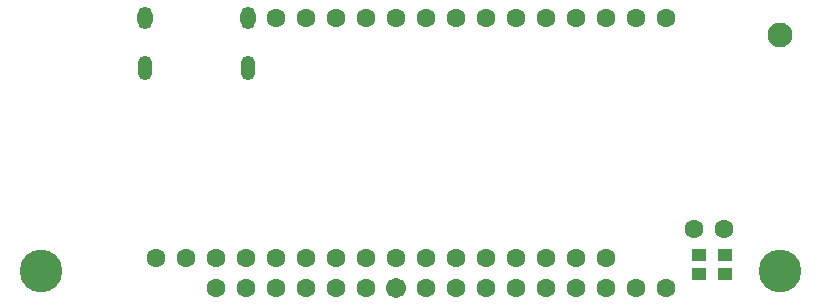
<source format=gbs>
G04 Layer: BottomSolderMaskLayer*
G04 EasyEDA Pro v2.2.34.8, 2025-03-03 01:04:46*
G04 Gerber Generator version 0.3*
G04 Scale: 100 percent, Rotated: No, Reflected: No*
G04 Dimensions in millimeters*
G04 Leading zeros omitted, absolute positions, 4 integers and 5 decimals*
%FSLAX45Y45*%
%MOMM*%
%AMRoundRect*1,1,$1,$2,$3*1,1,$1,$4,$5*1,1,$1,0-$2,0-$3*1,1,$1,0-$4,0-$5*20,1,$1,$2,$3,$4,$5,0*20,1,$1,$4,$5,0-$2,0-$3,0*20,1,$1,0-$2,0-$3,0-$4,0-$5,0*20,1,$1,0-$4,0-$5,$2,$3,0*4,1,4,$2,$3,$4,$5,0-$2,0-$3,0-$4,0-$5,$2,$3,0*%
%ADD10C,2.102*%
%ADD11C,3.602*%
%ADD12RoundRect,0.09299X-0.50451X0.47951X0.50451X0.47951*%
%ADD13RoundRect,0.09299X0.50451X-0.47951X-0.50451X-0.47951*%
%ADD14RoundRect,0.09299X0.50451X-0.47951X-0.50451X-0.47951*%
%ADD15C,1.602*%
%ADD16C,1.7032*%
%ADD17O,1.20002X2.10002*%
%ADD18O,1.30002X1.90002*%
G75*


G04 Pad Start*
G54D10*
G01X6530000Y2270000D03*
G54D11*
G01X6530000Y270000D03*
G01X270000Y270000D03*
G54D12*
G01X6060000Y240000D03*
G54D13*
G01X6060000Y400000D03*
G54D14*
G01X5840000Y400000D03*
G54D12*
G01X5840000Y240000D03*
G54D15*
G01X3782000Y2413000D03*
G01X3528000Y2413000D03*
G01X4036000Y2413000D03*
G01X4290000Y2413000D03*
G01X4544000Y2413000D03*
G01X4798000Y2413000D03*
G01X5306000Y2413000D03*
G01X5052000Y2413000D03*
G01X3020000Y2413000D03*
G01X3274000Y2413000D03*
G01X2766000Y2413000D03*
G01X2512000Y2413000D03*
G01X2258000Y2413000D03*
G01X5560000Y2413000D03*
G01X1242000Y381000D03*
G01X1496000Y381000D03*
G01X3782000Y381000D03*
G01X3528000Y381000D03*
G01X4036000Y381000D03*
G01X4290000Y381000D03*
G01X4544000Y381000D03*
G01X4798000Y381000D03*
G01X5052000Y381000D03*
G01X3274000Y381000D03*
G54D16*
G01X3274000Y127000D03*
G54D15*
G01X5052000Y127000D03*
G01X5306000Y127000D03*
G01X4798000Y127000D03*
G01X4544000Y127000D03*
G01X4290000Y127000D03*
G01X4036000Y127000D03*
G01X5560000Y127000D03*
G01X3528000Y127000D03*
G01X3782000Y127000D03*
G01X3020000Y381000D03*
G01X2766000Y381000D03*
G01X2512000Y381000D03*
G01X2258000Y381000D03*
G01X2004000Y381000D03*
G01X1750000Y381000D03*
G01X1750000Y127000D03*
G01X2004000Y127000D03*
G01X2258000Y127000D03*
G01X2512000Y127000D03*
G01X2766000Y127000D03*
G01X3020000Y127000D03*
G01X5796000Y620000D03*
G01X6050000Y620000D03*
G54D17*
G01X2020499Y1987488D03*
G01X1155502Y1987488D03*
G54D18*
G01X2020499Y2407503D03*
G01X1155502Y2407503D03*
G04 Pad End*

M02*


</source>
